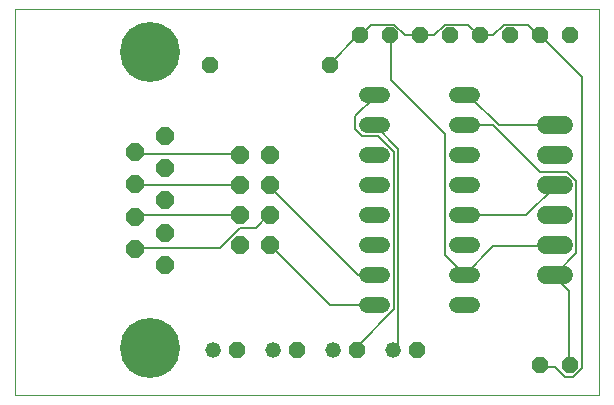
<source format=gtl>
G75*
%MOIN*%
%OFA0B0*%
%FSLAX25Y25*%
%IPPOS*%
%LPD*%
%AMOC8*
5,1,8,0,0,1.08239X$1,22.5*
%
%ADD10C,0.00000*%
%ADD11OC8,0.05200*%
%ADD12C,0.05200*%
%ADD13C,0.05200*%
%ADD14OC8,0.06000*%
%ADD15C,0.06000*%
%ADD16C,0.20000*%
%ADD17C,0.00600*%
D10*
X0052595Y0028933D02*
X0052595Y0157634D01*
X0247516Y0157634D01*
X0247516Y0028933D01*
X0052595Y0028933D01*
D11*
X0126595Y0043933D03*
X0146595Y0043933D03*
X0166595Y0043933D03*
X0186595Y0043933D03*
X0227595Y0038933D03*
X0237595Y0038933D03*
X0157595Y0138933D03*
X0167595Y0148933D03*
X0177595Y0148933D03*
X0187595Y0148933D03*
X0197595Y0148933D03*
X0207595Y0148933D03*
X0217595Y0148933D03*
X0227595Y0148933D03*
X0237595Y0148933D03*
X0117595Y0138933D03*
D12*
X0118595Y0043933D03*
X0138595Y0043933D03*
X0158595Y0043933D03*
X0178595Y0043933D03*
D13*
X0175195Y0058933D02*
X0169995Y0058933D01*
X0169995Y0068933D02*
X0175195Y0068933D01*
X0175195Y0078933D02*
X0169995Y0078933D01*
X0169995Y0088933D02*
X0175195Y0088933D01*
X0175195Y0098933D02*
X0169995Y0098933D01*
X0169995Y0108933D02*
X0175195Y0108933D01*
X0175195Y0118933D02*
X0169995Y0118933D01*
X0169995Y0128933D02*
X0175195Y0128933D01*
X0199995Y0128933D02*
X0205195Y0128933D01*
X0205195Y0118933D02*
X0199995Y0118933D01*
X0199995Y0108933D02*
X0205195Y0108933D01*
X0205195Y0098933D02*
X0199995Y0098933D01*
X0199995Y0088933D02*
X0205195Y0088933D01*
X0205195Y0078933D02*
X0199995Y0078933D01*
X0199995Y0068933D02*
X0205195Y0068933D01*
X0205195Y0058933D02*
X0199995Y0058933D01*
D14*
X0137595Y0078933D03*
X0127595Y0078933D03*
X0127595Y0088933D03*
X0137595Y0088933D03*
X0137595Y0098933D03*
X0127595Y0098933D03*
X0127595Y0108933D03*
X0137595Y0108933D03*
X0102595Y0104733D03*
X0092595Y0099333D03*
X0102595Y0093933D03*
X0092595Y0088533D03*
X0102595Y0083133D03*
X0092595Y0077733D03*
X0102595Y0072333D03*
X0092595Y0110133D03*
X0102595Y0115533D03*
D15*
X0229595Y0118933D02*
X0235595Y0118933D01*
X0235595Y0108933D02*
X0229595Y0108933D01*
X0229595Y0098933D02*
X0235595Y0098933D01*
X0235595Y0088933D02*
X0229595Y0088933D01*
X0229595Y0078933D02*
X0235595Y0078933D01*
X0235595Y0068933D02*
X0229595Y0068933D01*
D16*
X0097595Y0044633D03*
X0097595Y0143233D03*
D17*
X0092595Y0110133D02*
X0093395Y0109333D01*
X0127595Y0109333D01*
X0127595Y0108933D01*
X0127595Y0099133D02*
X0127595Y0098933D01*
X0127595Y0099133D02*
X0092795Y0099133D01*
X0092595Y0099333D01*
X0092795Y0088933D02*
X0092595Y0088533D01*
X0092795Y0088933D02*
X0127595Y0088933D01*
X0127595Y0084733D02*
X0132995Y0084733D01*
X0137195Y0088933D01*
X0137595Y0088933D01*
X0127595Y0084733D02*
X0120995Y0078133D01*
X0092795Y0078133D01*
X0092595Y0077733D01*
X0137595Y0078933D02*
X0157595Y0058933D01*
X0172595Y0058933D01*
X0179195Y0057733D02*
X0179195Y0109933D01*
X0173795Y0115333D01*
X0168395Y0115333D01*
X0165995Y0117733D01*
X0165995Y0121933D01*
X0172595Y0128533D01*
X0172595Y0128933D01*
X0177995Y0133933D02*
X0195995Y0115933D01*
X0195995Y0075733D01*
X0202595Y0069133D01*
X0202595Y0068933D01*
X0202595Y0069133D02*
X0212195Y0078733D01*
X0232595Y0078733D01*
X0232595Y0078933D01*
X0239795Y0076333D02*
X0232595Y0069133D01*
X0232595Y0068933D01*
X0232595Y0068533D01*
X0237395Y0063733D01*
X0237395Y0039133D01*
X0237595Y0038933D01*
X0241595Y0037933D02*
X0238595Y0034933D01*
X0236195Y0034933D01*
X0232595Y0038533D01*
X0227795Y0038533D01*
X0227595Y0038933D01*
X0241595Y0037933D02*
X0241595Y0135133D01*
X0227795Y0148933D01*
X0227595Y0148933D01*
X0227195Y0148933D01*
X0223595Y0152533D01*
X0215795Y0152533D01*
X0212195Y0148933D01*
X0207595Y0148933D01*
X0207395Y0148933D01*
X0203795Y0152533D01*
X0195995Y0152533D01*
X0192395Y0148933D01*
X0187595Y0148933D01*
X0182795Y0148933D01*
X0179195Y0152533D01*
X0171395Y0152533D01*
X0167795Y0148933D01*
X0167595Y0148933D01*
X0167195Y0148933D01*
X0157595Y0139333D01*
X0157595Y0138933D01*
X0177995Y0133933D02*
X0177995Y0148933D01*
X0177595Y0148933D01*
X0202595Y0128933D02*
X0202595Y0128533D01*
X0204395Y0128533D01*
X0213995Y0118933D01*
X0232595Y0118933D01*
X0227795Y0103333D02*
X0212195Y0118933D01*
X0202595Y0118933D01*
X0180395Y0111133D02*
X0180395Y0045733D01*
X0178595Y0043933D01*
X0166595Y0043933D02*
X0166595Y0045133D01*
X0179195Y0057733D01*
X0172595Y0068933D02*
X0172595Y0069133D01*
X0167195Y0069133D01*
X0137795Y0098533D01*
X0137595Y0098933D01*
X0172595Y0118933D02*
X0180395Y0111133D01*
X0202595Y0088933D02*
X0222995Y0088933D01*
X0232595Y0098533D01*
X0232595Y0098933D01*
X0236795Y0103333D02*
X0227795Y0103333D01*
X0236795Y0103333D02*
X0239795Y0100333D01*
X0239795Y0076333D01*
M02*

</source>
